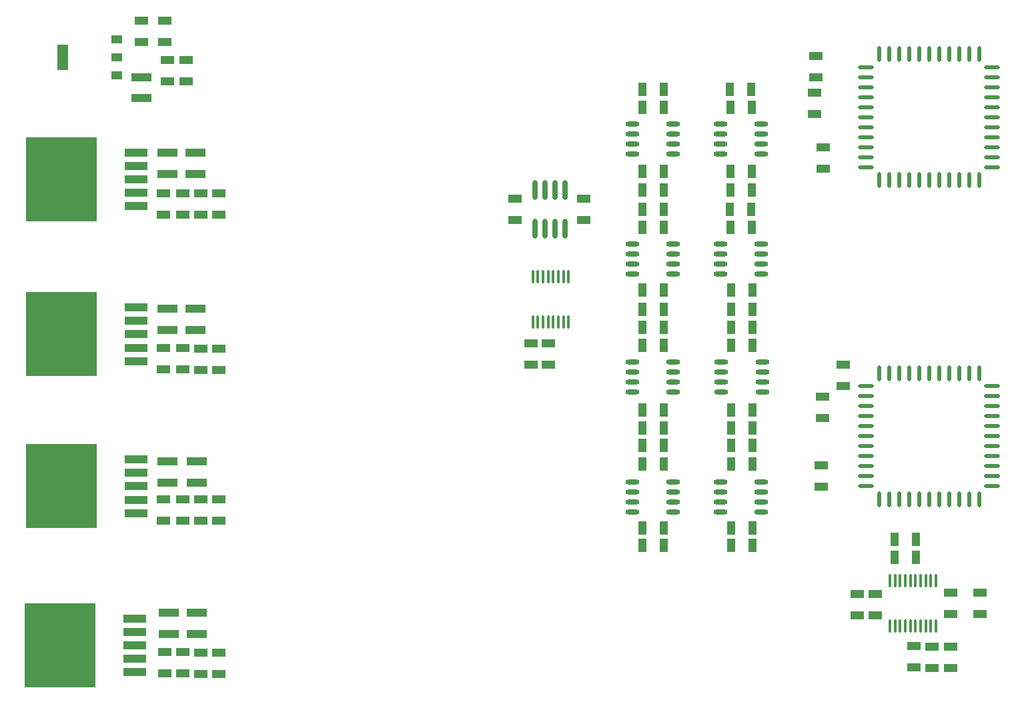
<source format=gtp>
%FSLAX25Y25*%
%MOIN*%
G70*
G01*
G75*
G04 Layer_Color=8421504*
%ADD10O,0.01378X0.06693*%
%ADD11R,0.06693X0.04331*%
%ADD12R,0.11811X0.04331*%
%ADD13R,0.35827X0.41929*%
%ADD14R,0.10236X0.04331*%
%ADD15R,0.04331X0.06693*%
%ADD16R,0.05512X0.03937*%
%ADD17R,0.05512X0.12795*%
%ADD18O,0.07087X0.02362*%
%ADD19O,0.02165X0.07874*%
%ADD20O,0.07874X0.02165*%
%ADD21O,0.02756X0.09843*%
%ADD22C,0.01000*%
%ADD23C,0.02000*%
%ADD24C,0.02953*%
%ADD25C,0.03937*%
%ADD26C,0.04000*%
%ADD27C,0.01969*%
%ADD28R,0.05906X0.05906*%
%ADD29C,0.05906*%
%ADD30C,0.05512*%
%ADD31R,0.05906X0.05906*%
%ADD32C,0.07874*%
%ADD33C,0.03937*%
%ADD34C,0.05000*%
%ADD35C,0.07543*%
G04:AMPARAMS|DCode=36|XSize=93.465mil|YSize=93.465mil|CornerRadius=0mil|HoleSize=0mil|Usage=FLASHONLY|Rotation=0.000|XOffset=0mil|YOffset=0mil|HoleType=Round|Shape=Relief|Width=10mil|Gap=10mil|Entries=4|*
%AMTHD36*
7,0,0,0.09347,0.07347,0.01000,45*
%
%ADD36THD36*%
%ADD37C,0.07347*%
%ADD38C,0.08921*%
%ADD39C,0.05969*%
G04:AMPARAMS|DCode=40|XSize=79.685mil|YSize=79.685mil|CornerRadius=0mil|HoleSize=0mil|Usage=FLASHONLY|Rotation=0.000|XOffset=0mil|YOffset=0mil|HoleType=Round|Shape=Relief|Width=10mil|Gap=10mil|Entries=4|*
%AMTHD40*
7,0,0,0.07969,0.05969,0.01000,45*
%
%ADD40THD40*%
%ADD41C,0.06800*%
G04:AMPARAMS|DCode=42|XSize=95.433mil|YSize=95.433mil|CornerRadius=0mil|HoleSize=0mil|Usage=FLASHONLY|Rotation=0.000|XOffset=0mil|YOffset=0mil|HoleType=Round|Shape=Relief|Width=10mil|Gap=10mil|Entries=4|*
%AMTHD42*
7,0,0,0.09543,0.07543,0.01000,45*
%
%ADD42THD42*%
%ADD43C,0.02913*%
%ADD44C,0.00984*%
%ADD45C,0.02362*%
%ADD46C,0.00787*%
%ADD47C,0.00800*%
D10*
X363043Y330279D02*
D03*
X365602D02*
D03*
X368161D02*
D03*
X370721D02*
D03*
X373280D02*
D03*
X375839D02*
D03*
X378398D02*
D03*
X380957D02*
D03*
X363043Y352720D02*
D03*
X365602D02*
D03*
X368161D02*
D03*
X370721D02*
D03*
X373280D02*
D03*
X375839D02*
D03*
X378398D02*
D03*
X380957D02*
D03*
X564516Y200721D02*
D03*
X561957D02*
D03*
X559398D02*
D03*
X556839D02*
D03*
X554280D02*
D03*
X551721D02*
D03*
X549161D02*
D03*
X546602D02*
D03*
X544043D02*
D03*
X541484D02*
D03*
X564516Y178279D02*
D03*
X561957D02*
D03*
X559398D02*
D03*
X556839D02*
D03*
X554280D02*
D03*
X551721D02*
D03*
X549161D02*
D03*
X546602D02*
D03*
X544043D02*
D03*
X541484D02*
D03*
D11*
X553500Y157370D02*
D03*
Y168000D02*
D03*
X197000Y164815D02*
D03*
Y154185D02*
D03*
X206000Y164815D02*
D03*
Y154185D02*
D03*
X179000Y154370D02*
D03*
Y165000D02*
D03*
X188000Y154370D02*
D03*
Y165000D02*
D03*
X206000Y241315D02*
D03*
Y230685D02*
D03*
X197000Y241315D02*
D03*
Y230685D02*
D03*
X178500D02*
D03*
Y241315D02*
D03*
X188000Y230685D02*
D03*
Y241315D02*
D03*
X388500Y391815D02*
D03*
Y381185D02*
D03*
X354000Y391815D02*
D03*
Y381185D02*
D03*
X518110Y298228D02*
D03*
Y308858D02*
D03*
X504331Y452559D02*
D03*
Y463189D02*
D03*
X507874Y292717D02*
D03*
Y282087D02*
D03*
X503937Y444685D02*
D03*
Y434055D02*
D03*
X370866Y319488D02*
D03*
Y308858D02*
D03*
X362205Y319488D02*
D03*
Y308858D02*
D03*
X507087Y247835D02*
D03*
Y258465D02*
D03*
X508268Y406890D02*
D03*
Y417520D02*
D03*
X206000Y306185D02*
D03*
Y316815D02*
D03*
X197000Y306185D02*
D03*
Y316815D02*
D03*
X178500Y306370D02*
D03*
Y317000D02*
D03*
X188000Y306370D02*
D03*
Y317000D02*
D03*
X571654Y184055D02*
D03*
Y194685D02*
D03*
X586614Y184055D02*
D03*
Y194685D02*
D03*
X525000Y194000D02*
D03*
Y183370D02*
D03*
X534000Y194130D02*
D03*
Y183500D02*
D03*
X197000Y383685D02*
D03*
Y394315D02*
D03*
X206000Y383685D02*
D03*
Y394315D02*
D03*
X178500Y383685D02*
D03*
Y394315D02*
D03*
X188000Y383685D02*
D03*
Y394315D02*
D03*
X571654Y157283D02*
D03*
Y167913D02*
D03*
X562598Y157283D02*
D03*
Y167913D02*
D03*
X189764Y461221D02*
D03*
Y450591D02*
D03*
X180500Y461130D02*
D03*
Y450500D02*
D03*
X167500Y470185D02*
D03*
Y480815D02*
D03*
X179000Y470185D02*
D03*
Y480815D02*
D03*
D12*
X164106Y155114D02*
D03*
Y161807D02*
D03*
Y168500D02*
D03*
Y175193D02*
D03*
Y181886D02*
D03*
X164705Y234614D02*
D03*
Y241307D02*
D03*
Y248000D02*
D03*
Y254693D02*
D03*
Y261386D02*
D03*
Y310614D02*
D03*
Y317307D02*
D03*
Y324000D02*
D03*
Y330693D02*
D03*
Y337386D02*
D03*
Y388114D02*
D03*
Y394807D02*
D03*
Y401500D02*
D03*
Y408193D02*
D03*
Y414886D02*
D03*
D13*
X126902Y168500D02*
D03*
X127500Y248000D02*
D03*
Y324000D02*
D03*
Y401500D02*
D03*
D14*
X195000Y184815D02*
D03*
Y174185D02*
D03*
X181000D02*
D03*
Y184815D02*
D03*
X195000Y260315D02*
D03*
Y249685D02*
D03*
X180500D02*
D03*
Y260315D02*
D03*
X194500Y336815D02*
D03*
Y326185D02*
D03*
X180500D02*
D03*
Y336815D02*
D03*
X194500Y414815D02*
D03*
Y404185D02*
D03*
X180500D02*
D03*
Y414815D02*
D03*
X167500Y442000D02*
D03*
Y452630D02*
D03*
D15*
X428315Y446500D02*
D03*
X417685D02*
D03*
X428315Y386500D02*
D03*
X417685D02*
D03*
X428315Y327500D02*
D03*
X417685D02*
D03*
X428315Y268500D02*
D03*
X417685D02*
D03*
X472244Y446457D02*
D03*
X461614D02*
D03*
X472244Y386614D02*
D03*
X461614D02*
D03*
X462185Y327500D02*
D03*
X472815D02*
D03*
X462185Y268500D02*
D03*
X472815D02*
D03*
X428315Y437500D02*
D03*
X417685D02*
D03*
X428315Y377500D02*
D03*
X417685D02*
D03*
X428315Y318500D02*
D03*
X417685D02*
D03*
X428315Y259000D02*
D03*
X417685D02*
D03*
X472315Y437500D02*
D03*
X461685D02*
D03*
X472315Y377500D02*
D03*
X461685D02*
D03*
X472815Y318500D02*
D03*
X462185D02*
D03*
X472815Y259000D02*
D03*
X462185D02*
D03*
X554315Y221500D02*
D03*
X543685D02*
D03*
X554315Y212500D02*
D03*
X543685D02*
D03*
X472315Y396000D02*
D03*
X461685D02*
D03*
Y405500D02*
D03*
X472315D02*
D03*
X417685D02*
D03*
X428315D02*
D03*
Y396000D02*
D03*
X417685D02*
D03*
Y346000D02*
D03*
X428315D02*
D03*
Y336500D02*
D03*
X417685D02*
D03*
X462185Y346000D02*
D03*
X472815D02*
D03*
Y336500D02*
D03*
X462185D02*
D03*
X417685Y286000D02*
D03*
X428315D02*
D03*
Y277000D02*
D03*
X417685D02*
D03*
X462185Y286000D02*
D03*
X472815D02*
D03*
Y277000D02*
D03*
X462185D02*
D03*
X417685Y227000D02*
D03*
X428315D02*
D03*
Y218500D02*
D03*
X417685D02*
D03*
X462185Y227000D02*
D03*
X472815D02*
D03*
Y218500D02*
D03*
X462185D02*
D03*
D16*
X155000Y453445D02*
D03*
Y462500D02*
D03*
Y471555D02*
D03*
D17*
X128228Y462500D02*
D03*
D18*
X433236Y354000D02*
D03*
Y359000D02*
D03*
Y364000D02*
D03*
Y369000D02*
D03*
X412764Y354000D02*
D03*
Y359000D02*
D03*
Y364000D02*
D03*
Y369000D02*
D03*
X433236Y414000D02*
D03*
Y419000D02*
D03*
Y424000D02*
D03*
Y429000D02*
D03*
X412764Y414000D02*
D03*
Y419000D02*
D03*
Y424000D02*
D03*
Y429000D02*
D03*
X433236Y235000D02*
D03*
Y240000D02*
D03*
Y245000D02*
D03*
Y250000D02*
D03*
X412764Y235000D02*
D03*
Y240000D02*
D03*
Y245000D02*
D03*
Y250000D02*
D03*
X433236Y295000D02*
D03*
Y300000D02*
D03*
Y305000D02*
D03*
Y310000D02*
D03*
X412764Y295000D02*
D03*
Y300000D02*
D03*
Y305000D02*
D03*
Y310000D02*
D03*
X477236Y354000D02*
D03*
Y359000D02*
D03*
Y364000D02*
D03*
Y369000D02*
D03*
X456764Y354000D02*
D03*
Y359000D02*
D03*
Y364000D02*
D03*
Y369000D02*
D03*
X477236Y414000D02*
D03*
Y419000D02*
D03*
Y424000D02*
D03*
Y429000D02*
D03*
X456764Y414000D02*
D03*
Y419000D02*
D03*
Y424000D02*
D03*
Y429000D02*
D03*
X477236Y235000D02*
D03*
Y240000D02*
D03*
Y245000D02*
D03*
Y250000D02*
D03*
X456764Y235000D02*
D03*
Y240000D02*
D03*
Y245000D02*
D03*
Y250000D02*
D03*
X477736Y295000D02*
D03*
Y300000D02*
D03*
Y305000D02*
D03*
Y310000D02*
D03*
X457264Y295000D02*
D03*
Y300000D02*
D03*
Y305000D02*
D03*
Y310000D02*
D03*
D19*
X536000Y241504D02*
D03*
X541000D02*
D03*
X546000D02*
D03*
X551000D02*
D03*
X556000D02*
D03*
X561000D02*
D03*
X566000D02*
D03*
X571000D02*
D03*
X576000D02*
D03*
X581000D02*
D03*
X586000D02*
D03*
Y304496D02*
D03*
X581000D02*
D03*
X576000D02*
D03*
X571000D02*
D03*
X566000D02*
D03*
X561000D02*
D03*
X556000D02*
D03*
X551000D02*
D03*
X546000D02*
D03*
X541000D02*
D03*
X536000D02*
D03*
Y401004D02*
D03*
X541000D02*
D03*
X546000D02*
D03*
X551000D02*
D03*
X556000D02*
D03*
X561000D02*
D03*
X566000D02*
D03*
X571000D02*
D03*
X576000D02*
D03*
X581000D02*
D03*
X586000D02*
D03*
Y463996D02*
D03*
X581000D02*
D03*
X576000D02*
D03*
X571000D02*
D03*
X566000D02*
D03*
X561000D02*
D03*
X556000D02*
D03*
X551000D02*
D03*
X546000D02*
D03*
X541000D02*
D03*
X536000D02*
D03*
D20*
X592496Y248000D02*
D03*
Y253000D02*
D03*
Y258000D02*
D03*
Y263000D02*
D03*
Y268000D02*
D03*
Y273000D02*
D03*
Y278000D02*
D03*
Y283000D02*
D03*
Y288000D02*
D03*
Y293000D02*
D03*
Y298000D02*
D03*
X529504D02*
D03*
Y293000D02*
D03*
Y288000D02*
D03*
Y283000D02*
D03*
Y278000D02*
D03*
Y273000D02*
D03*
Y268000D02*
D03*
Y263000D02*
D03*
Y258000D02*
D03*
Y253000D02*
D03*
Y248000D02*
D03*
X592496Y407500D02*
D03*
Y412500D02*
D03*
Y417500D02*
D03*
Y422500D02*
D03*
Y427500D02*
D03*
Y432500D02*
D03*
Y437500D02*
D03*
Y442500D02*
D03*
Y447500D02*
D03*
Y452500D02*
D03*
Y457500D02*
D03*
X529504D02*
D03*
Y452500D02*
D03*
Y447500D02*
D03*
Y442500D02*
D03*
Y437500D02*
D03*
Y432500D02*
D03*
Y427500D02*
D03*
Y422500D02*
D03*
Y417500D02*
D03*
Y412500D02*
D03*
Y407500D02*
D03*
D21*
X379000Y396146D02*
D03*
X374000D02*
D03*
X369000D02*
D03*
X364000D02*
D03*
X379000Y376854D02*
D03*
X374000D02*
D03*
X369000D02*
D03*
X364000D02*
D03*
M02*

</source>
